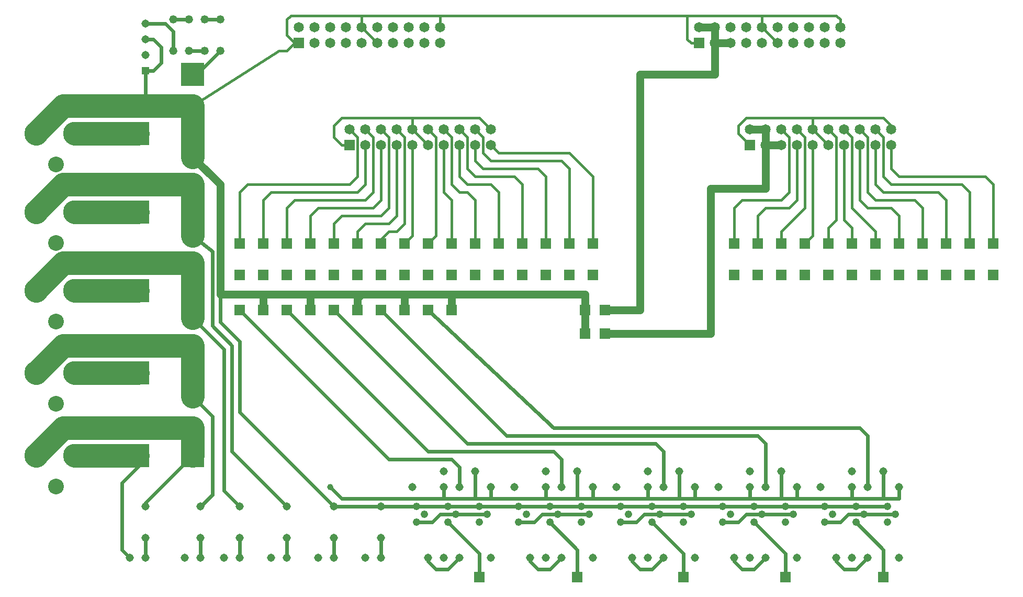
<source format=gbl>
G04 Output by ViewMate Deluxe V11.0.9  PentaLogix LLC*
G04 Fri Jan 30 18:24:21 2015*
%FSTAX26Y26*%
%MOIN*%
%IPPOS*%
%ADD10C,0.15*%
%ADD11C,0.1*%
%ADD12R,0.15X0.15*%
%ADD13R,0.0709X0.0709*%
%ADD14R,0.0515X0.0515*%
%ADD15C,0.0515*%
%ADD16C,0.0476*%
%ADD17R,0.065X0.065*%
%ADD18C,0.065*%
%ADD19C,0.052*%
%ADD20C,0.15*%
%ADD21C,0.024*%
%ADD22C,0.0396*%
%ADD23C,0.016*%
%ADD24C,0.05*%

%LPD*%
X0Y0D2*D20*G1X00435Y0216D2*X0126Y0216D1*X00262Y01985D2*X00262Y01987D1*X00435Y0216*X0091Y01985D2*X0051Y01985D1*X00435Y01635D2*X0126Y01635D1*X00262Y0146D2*X00262Y01462D1*X00435Y01635*X0091Y0146D2*X0051Y0146D1*X0051Y00935D2*X0091Y00935D1*X00262Y00935D2*X00262Y00937D1*X00435Y0111*X0126Y0111*X0126Y00935*X0126Y0131D2*X0126Y0146D1*X0126Y01635*X0126Y0181D2*X0126Y01985D1*X0126Y0216*X0126Y0266D2*X0126Y02485D1*X0126Y02335*X0051Y02485D2*X0091Y02485D1*X00262Y02485D2*X00262Y02487D1*X00435Y0266*X0126Y0266*X0126Y0316D2*X0126Y02985D1*X0126Y02835*X0051Y02985D2*X0091Y02985D1*X00262Y02985D2*X00262Y02987D1*X00435Y0316*X0096Y0316*X0126Y0316*D21*X01235Y0371D2*X01135Y0371D1*X01335Y0371D2*X01435Y0371D1*X01235Y0351D2*X01335Y0351D1*X01135Y0351D2*X01135Y03635D1*X01085Y03685*X0096Y03685*X0096Y03585D2*X0101Y03585D1*X0106Y03535*X0106Y03435*X0096Y0316D2*X0096Y03385D1*X0101Y03385*X0106Y03435*X0126Y0336D2*X01285Y0336D1*X01435Y0351*X0566Y0066D2*X0576Y0066D1*X0576Y00735*X0566Y00835D2*X0566Y0066D1*X0546Y0066*X0096Y0041D2*X0096Y00285D1*X0096Y00635D2*X0096Y0061D1*X0126Y0181D2*X0146Y0161D1*X0126Y02335D2*X01385Y02235D1*X01385Y0176*X0151Y01635*X0151Y0096*X0156Y0061D2*X0146Y0071D1*X0146Y0161*X0126Y0131D2*X01385Y01185D1*X01385Y00685*X0131Y0061*X0131Y00285D2*X0131Y0041D1*X0156Y0041D2*X0156Y00285D1*X0186Y00285D2*X0186Y0041D1*X0216Y0041D2*X0216Y00285D1*X0246Y00285D2*X0246Y0041D1*X0276Y00285D2*X0276Y0026D1*X0281Y0021*X02885Y0021*X0296Y00285*X03085Y0016D2*X03085Y0031D1*X02885Y0051*X03135Y0056D2*X02935Y0056D1*X02835Y0056*X02685Y0051D2*X02785Y0051D1*X02835Y0056*X0306Y0066D2*X0286Y0066D1*X0316Y00735D2*X0316Y0066D1*X0306Y00835D2*X0306Y0066D1*X0316Y0066*X0351Y0066*X0381Y0066D2*X0371Y0066D1*X03785Y0056D2*X03585Y0056D1*X03485Y0056*X03335Y0051D2*X03435Y0051D1*X03485Y0056*X03535Y0051D2*X0371Y00335D1*X0341Y00285D2*X0341Y0026D1*X0346Y0021*X03535Y0021*X0361Y00285*X0371Y00335D2*X0371Y0016D1*X0406Y00285D2*X0406Y0026D1*X0411Y0021*X04185Y0021*X0426Y00285*X04385Y0016D2*X04385Y0031D1*X04185Y0051*X0446Y0066D2*X0436Y0066D1*X04435Y0056D2*X04235Y0056D1*X04135Y0056*X03985Y0051D2*X04085Y0051D1*X04135Y0056*X0416Y0066D2*X0381Y0066D1*X0381Y00735*X0371Y00835D2*X0371Y0066D1*X0351Y0066*X0351Y00735*X0361Y00735D2*X0361Y0091D1*X0356Y0096*X0276Y0096*X0186Y0186*X0276Y0186D2*X0356Y0111D1*X0551Y0111*X0556Y0106*X0556Y00735*X0546Y00735D2*X0546Y0066D1*X0511Y0066*X0511Y00735*X0501Y0066D2*X0481Y0066D1*X0481Y00735D2*X0481Y0066D1*X0446Y0066*X0446Y00735*X0436Y00835D2*X0436Y0066D1*X0416Y0066*X0416Y00735*X0426Y00735D2*X0426Y0096D1*X0421Y0101*X0301Y0101*X0216Y0186*X0246Y0186D2*X0326Y0106D1*X0486Y0106*X0491Y0101*X0491Y00735*X0501Y00835D2*X0501Y0066D1*X0511Y0066*X05085Y0056D2*X04885Y0056D1*X04785Y0056*X04635Y0051D2*X04735Y0051D1*X04785Y0056*X04835Y0051D2*X05035Y0031D1*X0471Y00285D2*X0471Y0026D1*X0476Y0021*X04835Y0021*X0491Y00285*X05035Y0031D2*X05035Y0016D1*X0536Y00285D2*X0536Y0026D1*X0541Y0021*X05485Y0021*X0556Y00285*X0566Y0016D2*X0566Y00335D1*X05485Y0051*X05285Y0051D2*X05385Y0051D1*X05435Y0056*X05535Y0056*X05735Y0056*X05685Y0061D2*X05485Y0061D1*X05285Y0061*X05035Y0061*X04835Y0061*X04635Y0061*X04385Y0061*X04185Y0061*X03985Y0061*X03735Y0061*X03535Y0061*X03335Y0061*X03085Y0061*X02885Y0061*X02685Y0061*X0246Y0061*X0216Y0061*X02135Y00735D2*X0221Y0066D1*X0286Y0066*X0286Y00735*X0296Y00735D2*X0296Y0086D1*X0291Y0091*X0251Y0091*X0156Y0186*X01435Y0196D2*X01435Y01785D1*X0156Y0166*X0156Y0121*X0216Y0061*X0151Y0096D2*X0186Y0061D1*X0096Y00635D2*X0126Y00935D1*X0091Y00935D2*X0091Y0086D1*X0081Y0076*X0081Y00335*X0086Y00285*D23*X02835Y0366D2*X02835Y03735D1*X01935Y0356D2*X0191Y0356D1*X0296Y0291D2*X0296Y0271D1*X0301Y0266*X0316Y0266*X0321Y0261*X0321Y02285*X0571Y0291D2*X0571Y0276D1*X0576Y0271*X0631Y0271*X0636Y0266*X0636Y02285*X0621Y02285D2*X0621Y0261D1*X0616Y0266*X0571Y0266*X0566Y0271*X0566Y0296*X0546Y0296D2*X0541Y0301D1*X0556Y0296D2*X0551Y0301D1*X0561Y0291D2*X0561Y0266D1*X0566Y0261*X0601Y0261*X0606Y0256*X0606Y02285*X0561Y02285D2*X0561Y0236D1*X0546Y0251*X0546Y0296*X0551Y0291D2*X0551Y0256D1*X0556Y0251*X0571Y0251*X0576Y0246*X0576Y02285*X0591Y02285D2*X0591Y0251D1*X0586Y0256*X0561Y0256*X0556Y0261*X0556Y0296*X0566Y0296D2*X0561Y0301D1*X0571Y0301D2*X0571Y03035D1*X0566Y03085*X0521Y03085*X04785Y03085D2*X0521Y03085D1*X0521Y0301*X0536Y0296D2*X0531Y0301D1*X0541Y0291D2*X0541Y02435D1*X0546Y02385*X0546Y02285*X0531Y02285D2*X0531Y02385D1*X0536Y02435*X0536Y0296*X0521Y0301D2*X0531Y0291D1*X0516Y0296D2*X0511Y0301D1*X0521Y0291D2*X0521Y02335D1*X0516Y02285*X0501Y02285D2*X0501Y0236D1*X0516Y0251*X0516Y0296*X0511Y0291D2*X0511Y0256D1*X0506Y0251*X0491Y0251*X0486Y0246*X0486Y02285*X0471Y02285D2*X0471Y0251D1*X0476Y0256*X0501Y0256*X0506Y0261*X0506Y0296*X0501Y0301*X0481Y0291D2*X04735Y02985D1*X04735Y03035*X04785Y03085*X0441Y03735D2*X0441Y03585D1*X04435Y0356*X04485Y0356*X04885Y03735D2*X04885Y0366D1*X04985Y0356*X05385Y0366D2*X05385Y0371D1*X0536Y03735*X04885Y03735*X0441Y03735*X02835Y03735*X02335Y03735*X02435Y0356D2*X02335Y0366D1*X02335Y03735*X01885Y03735*X0186Y0371*X0186Y0361*X0191Y0356*X0186Y0351*X0126Y0316D2*X0181Y0351D1*X0186Y0351*X0221Y03085D2*X0216Y03035D1*X0216Y0296*X0221Y0291*X0226Y0291*X0231Y0296D2*X0231Y0271D1*X0226Y0266*X0161Y0266*X0156Y0261*X0156Y02285*X0171Y02285D2*X0171Y0256D1*X0176Y0261*X0231Y0261*X0236Y0266*X0236Y0291*X0266Y03085D2*X03085Y03085D1*X0316Y0301*X0306Y0301D2*X0311Y0296D1*X0311Y0286*X0316Y0291D2*X0321Y0286D1*X0366Y0286*X0381Y0271*X0381Y02285*X0366Y02285D2*X0366Y0276D1*X0361Y0281*X0316Y0281*X0311Y0286*X0306Y0291D2*X0306Y0281D1*X0311Y0276*X0346Y0276*X0351Y0271*X0351Y02285*X0336Y02285D2*X0336Y0266D1*X0331Y0271*X0306Y0271*X0301Y0276*X0301Y0296*X0296Y0301*X0286Y0301D2*X0291Y0296D1*X0291Y0266*X0296Y0261*X0301Y0261*X0306Y0256*X0306Y02285*X0291Y02285D2*X0291Y0256D1*X0286Y0261*X0286Y0291*X0276Y0301D2*X0281Y0296D1*X0266Y0291D2*X0266Y02335D1*X0261Y02285*X0276Y02285D2*X0281Y02335D1*X0281Y0296*X0276Y0291D2*X0266Y0301D1*X0266Y03085*X0221Y03085*X0231Y0296D2*X0226Y0301D1*X0236Y0301D2*X0241Y0296D1*X0241Y0261*X0236Y0256*X0191Y0256*X0186Y0251*X0186Y02285*X0201Y02285D2*X0201Y0246D1*X0206Y0251*X0241Y0251*X0246Y0256*X0246Y0291*X0256Y0291D2*X0256Y0246D1*X0251Y0241*X0236Y0241*X0231Y0236*X0231Y02285*X0246Y02285D2*X0246Y0231D1*X0251Y0236*X0256Y0236*X0261Y0241*X0261Y0296*X0256Y0301*X0246Y0301D2*X0251Y0296D1*X0251Y0251*X0246Y0246*X0221Y0246*X0216Y0241*X0216Y02285*D24*X0481Y0301D2*X0491Y0301D1*X0491Y0291*X0501Y0291D2*X0491Y0291D1*X0491Y02635*X0456Y02635*X0456Y0171*X03885Y0171*X0376Y0186D2*X0376Y0171D1*X0291Y0196D2*X0291Y0186D1*X0126Y02835D2*X01435Y0266D1*X01435Y0196*X0171Y0196*X0171Y0186D2*X0171Y0196D1*X0201Y0196*X0201Y0186D2*X0201Y0196D1*X02335Y0196*X0231Y0186D2*X0231Y01935D1*X02335Y0196*X0261Y0196*X0261Y0186D2*X0261Y0196D1*X0291Y0196*X0376Y0196*X0376Y0186*X03885Y0186D2*X0411Y0186D1*X0411Y0336*X04485Y0366D2*X04585Y0366D1*X04585Y0356*X04685Y0356D2*X04585Y0356D1*X04585Y0336*X0411Y0336*D10*X0051Y02985D3*X00262Y02985D3*X00262Y02485D3*X0051Y02485D3*X0051Y01985D3*X00262Y01985D3*X00262Y0146D3*X0051Y0146D3*X0051Y00935D3*X00262Y00935D3*D11*X00388Y007381D3*X00388Y012631D3*X00388Y017881D3*X00388Y022881D3*X00388Y027881D3*D12*X0126Y0336D3*X0126Y02985D3*X0091Y02985D3*X0091Y02485D3*X0126Y02485D3*X0126Y01985D3*X0091Y01985D3*X0091Y0146D3*X0126Y0146D3*X0126Y00935D3*X0091Y00935D3*D13*X0566Y0016D3*X05035Y0016D3*X04385Y0016D3*X0371Y0016D3*X03085Y0016D3*X0126Y0111D3*X0126Y0131D3*X0126Y01635D3*X0126Y0181D3*X0471Y02285D3*X0486Y02285D3*X0501Y02285D3*X0516Y02285D3*X0531Y02285D3*X0546Y02285D3*X0561Y02285D3*X0576Y02285D3*X0591Y02285D3*X0606Y02285D3*X0621Y02285D3*X0636Y02285D3*X0636Y02085D3*X0621Y02085D3*X0606Y02085D3*X0591Y02085D3*X0576Y02085D3*X0561Y02085D3*X0546Y02085D3*X0531Y02085D3*X0516Y02085D3*X0501Y02085D3*X0486Y02085D3*X0471Y02085D3*X0376Y0171D3*X03885Y0171D3*X03885Y0186D3*X0376Y0186D3*X0291Y0186D3*X0276Y0186D3*X0261Y0186D3*X0246Y0186D3*X0231Y0186D3*X0216Y0186D3*X0201Y0186D3*X0186Y0186D3*X0171Y0186D3*X0156Y0186D3*X0156Y02285D3*X0171Y02285D3*X0186Y02285D3*X0201Y02285D3*X0216Y02285D3*X0231Y02285D3*X0246Y02285D3*X0261Y02285D3*X0276Y02285D3*X0291Y02285D3*X0306Y02285D3*X0321Y02285D3*X0336Y02285D3*X0351Y02285D3*X0366Y02285D3*X0381Y02285D3*X0381Y02085D3*X0366Y02085D3*X0351Y02085D3*X0336Y02085D3*X0321Y02085D3*X0306Y02085D3*X0291Y02085D3*X0276Y02085D3*X0261Y02085D3*X0246Y02085D3*X0231Y02085D3*X0216Y02085D3*X0201Y02085D3*X0186Y02085D3*X0171Y02085D3*X0156Y02085D3*X0126Y0216D3*X0126Y02335D3*X0126Y0266D3*X0126Y02835D3*D14*X0096Y03385D3*D15*X0216Y0041D3*X0216Y00285D3*X0206Y00285D3*X0086Y00285D3*X0096Y00285D3*X0096Y0041D3*X0096Y0061D3*X0131Y0061D3*X0156Y0061D3*X0156Y0041D3*X0131Y0041D3*X0121Y00285D3*X0131Y00285D3*X0146Y00285D3*X0156Y00285D3*X0176Y00285D3*X0186Y00285D3*X0186Y0041D3*X0186Y0061D3*X0216Y0061D3*X0266Y00735D3*X0246Y0061D3*X0246Y0041D3*X0236Y00285D3*X0246Y00285D3*X0276Y00285D3*X0286Y00285D3*X0296Y00285D3*X0316Y00285D3*X0341Y00285D3*X0351Y00285D3*X0361Y00285D3*X0381Y00285D3*X0406Y00285D3*X0416Y00285D3*X0426Y00285D3*X0446Y00285D3*X0471Y00285D3*X0481Y00285D3*X0491Y00285D3*X0511Y00285D3*X0536Y00285D3*X0546Y00285D3*X0556Y00285D3*X0576Y00285D3*X0576Y00735D3*X0566Y00835D3*X0546Y00835D3*X0556Y00735D3*X0546Y00735D3*X0526Y00735D3*X0511Y00735D3*X0501Y00835D3*X0481Y00835D3*X0491Y00735D3*X0481Y00735D3*X0461Y00735D3*X0446Y00735D3*X0436Y00835D3*X0416Y00835D3*X0426Y00735D3*X0416Y00735D3*X0396Y00735D3*X0381Y00735D3*X0371Y00835D3*X0351Y00835D3*X0361Y00735D3*X0351Y00735D3*X0331Y00735D3*X0316Y00735D3*X0306Y00835D3*X0296Y00735D3*X0286Y00735D3*X0286Y00835D3*X0096Y03685D3*X0096Y03585D3*X0096Y03485D3*D16*X05685Y0061D3*X05735Y0056D3*X05685Y0051D3*X05485Y0051D3*X05535Y0056D3*X05485Y0061D3*X05285Y0061D3*X05335Y0056D3*X05285Y0051D3*X05035Y0051D3*X05085Y0056D3*X05035Y0061D3*X04835Y0061D3*X04885Y0056D3*X04835Y0051D3*X04635Y0051D3*X04685Y0056D3*X04635Y0061D3*X04385Y0061D3*X04435Y0056D3*X04385Y0051D3*X04185Y0051D3*X04235Y0056D3*X04185Y0061D3*X03985Y0061D3*X04035Y0056D3*X03985Y0051D3*X03735Y0051D3*X03785Y0056D3*X03735Y0061D3*X03535Y0061D3*X03585Y0056D3*X03535Y0051D3*X03335Y0051D3*X03385Y0056D3*X03335Y0061D3*X03085Y0061D3*X03135Y0056D3*X03085Y0051D3*X02885Y0051D3*X02935Y0056D3*X02885Y0061D3*X02685Y0061D3*X02735Y0056D3*X02685Y0051D3*D17*X01935Y0356D3*X0226Y0291D3*X04485Y0356D3*X0481Y0291D3*D18*X0541Y0301D3*X0551Y0301D3*X0561Y0301D3*X0571Y0301D3*X0571Y0291D3*X0561Y0291D3*X0551Y0291D3*X0541Y0291D3*X0531Y0291D3*X0521Y0291D3*X0511Y0291D3*X0501Y0291D3*X0491Y0291D3*X0481Y0301D3*X0491Y0301D3*X0501Y0301D3*X0511Y0301D3*X0521Y0301D3*X0531Y0301D3*X05285Y0356D3*X05385Y0356D3*X05385Y0366D3*X05285Y0366D3*X05085Y0366D3*X05185Y0366D3*X05185Y0356D3*X05085Y0356D3*X04885Y0356D3*X04985Y0356D3*X04985Y0366D3*X04885Y0366D3*X04685Y0366D3*X04785Y0366D3*X04785Y0356D3*X04685Y0356D3*X04585Y0356D3*X04585Y0366D3*X04485Y0366D3*X0296Y0301D3*X0306Y0301D3*X0316Y0301D3*X0316Y0291D3*X0306Y0291D3*X0296Y0291D3*X0286Y0291D3*X0276Y0291D3*X0266Y0291D3*X0256Y0291D3*X0246Y0291D3*X0236Y0291D3*X0226Y0301D3*X0236Y0301D3*X0246Y0301D3*X0256Y0301D3*X0266Y0301D3*X0276Y0301D3*X0286Y0301D3*X02835Y0356D3*X02835Y0366D3*X02635Y0366D3*X02735Y0366D3*X02735Y0356D3*X02635Y0356D3*X02435Y0356D3*X02535Y0356D3*X02535Y0366D3*X02435Y0366D3*X02235Y0366D3*X02335Y0366D3*X02335Y0356D3*X02235Y0356D3*X02135Y0356D3*X02135Y0366D3*X01935Y0366D3*X02035Y0366D3*X02035Y0356D3*D19*X01435Y0371D3*X01335Y0371D3*X01235Y0371D3*X01135Y0371D3*X01135Y0351D3*X01235Y0351D3*X01335Y0351D3*X01435Y0351D3*D22*X02135Y00735D3*X0Y0D2*M02*
</source>
